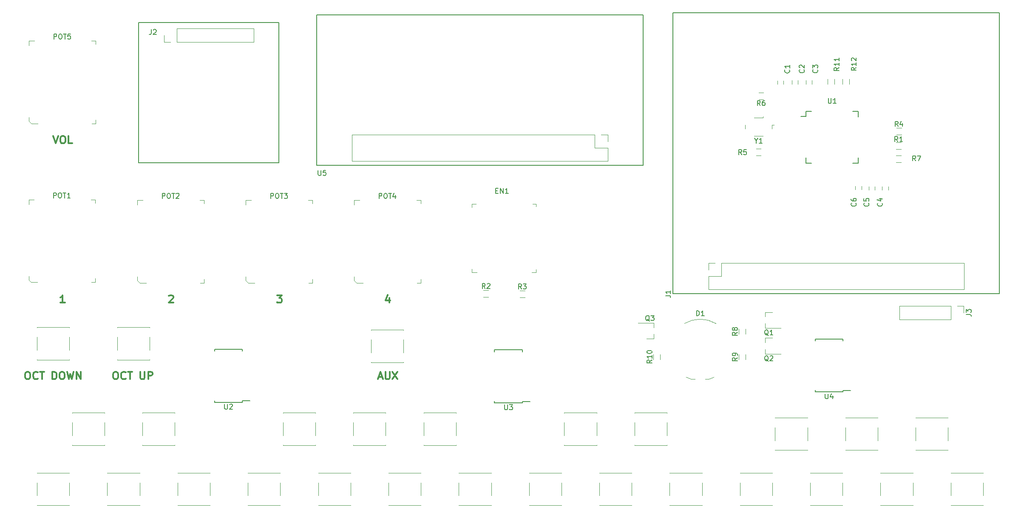
<source format=gbr>
G04 #@! TF.GenerationSoftware,KiCad,Pcbnew,(6.0.1-0)*
G04 #@! TF.CreationDate,2023-10-11T15:07:40-07:00*
G04 #@! TF.ProjectId,synth,73796e74-682e-46b6-9963-61645f706362,rev?*
G04 #@! TF.SameCoordinates,Original*
G04 #@! TF.FileFunction,Legend,Top*
G04 #@! TF.FilePolarity,Positive*
%FSLAX46Y46*%
G04 Gerber Fmt 4.6, Leading zero omitted, Abs format (unit mm)*
G04 Created by KiCad (PCBNEW (6.0.1-0)) date 2023-10-11 15:07:40*
%MOMM*%
%LPD*%
G01*
G04 APERTURE LIST*
%ADD10C,0.300000*%
%ADD11C,0.150000*%
%ADD12C,0.120000*%
%ADD13C,0.100000*%
G04 APERTURE END LIST*
D10*
X119808571Y-151808571D02*
X118951428Y-151808571D01*
X119380000Y-151808571D02*
X119380000Y-150308571D01*
X119237142Y-150522857D01*
X119094285Y-150665714D01*
X118951428Y-150737142D01*
X184435714Y-150808571D02*
X184435714Y-151808571D01*
X184078571Y-150237142D02*
X183721428Y-151308571D01*
X184650000Y-151308571D01*
X112260714Y-165548571D02*
X112546428Y-165548571D01*
X112689285Y-165620000D01*
X112832142Y-165762857D01*
X112903571Y-166048571D01*
X112903571Y-166548571D01*
X112832142Y-166834285D01*
X112689285Y-166977142D01*
X112546428Y-167048571D01*
X112260714Y-167048571D01*
X112117857Y-166977142D01*
X111975000Y-166834285D01*
X111903571Y-166548571D01*
X111903571Y-166048571D01*
X111975000Y-165762857D01*
X112117857Y-165620000D01*
X112260714Y-165548571D01*
X114403571Y-166905714D02*
X114332142Y-166977142D01*
X114117857Y-167048571D01*
X113975000Y-167048571D01*
X113760714Y-166977142D01*
X113617857Y-166834285D01*
X113546428Y-166691428D01*
X113475000Y-166405714D01*
X113475000Y-166191428D01*
X113546428Y-165905714D01*
X113617857Y-165762857D01*
X113760714Y-165620000D01*
X113975000Y-165548571D01*
X114117857Y-165548571D01*
X114332142Y-165620000D01*
X114403571Y-165691428D01*
X114832142Y-165548571D02*
X115689285Y-165548571D01*
X115260714Y-167048571D02*
X115260714Y-165548571D01*
X117332142Y-167048571D02*
X117332142Y-165548571D01*
X117689285Y-165548571D01*
X117903571Y-165620000D01*
X118046428Y-165762857D01*
X118117857Y-165905714D01*
X118189285Y-166191428D01*
X118189285Y-166405714D01*
X118117857Y-166691428D01*
X118046428Y-166834285D01*
X117903571Y-166977142D01*
X117689285Y-167048571D01*
X117332142Y-167048571D01*
X119117857Y-165548571D02*
X119403571Y-165548571D01*
X119546428Y-165620000D01*
X119689285Y-165762857D01*
X119760714Y-166048571D01*
X119760714Y-166548571D01*
X119689285Y-166834285D01*
X119546428Y-166977142D01*
X119403571Y-167048571D01*
X119117857Y-167048571D01*
X118975000Y-166977142D01*
X118832142Y-166834285D01*
X118760714Y-166548571D01*
X118760714Y-166048571D01*
X118832142Y-165762857D01*
X118975000Y-165620000D01*
X119117857Y-165548571D01*
X120260714Y-165548571D02*
X120617857Y-167048571D01*
X120903571Y-165977142D01*
X121189285Y-167048571D01*
X121546428Y-165548571D01*
X122117857Y-167048571D02*
X122117857Y-165548571D01*
X122975000Y-167048571D01*
X122975000Y-165548571D01*
X129778571Y-165548571D02*
X130064285Y-165548571D01*
X130207142Y-165620000D01*
X130350000Y-165762857D01*
X130421428Y-166048571D01*
X130421428Y-166548571D01*
X130350000Y-166834285D01*
X130207142Y-166977142D01*
X130064285Y-167048571D01*
X129778571Y-167048571D01*
X129635714Y-166977142D01*
X129492857Y-166834285D01*
X129421428Y-166548571D01*
X129421428Y-166048571D01*
X129492857Y-165762857D01*
X129635714Y-165620000D01*
X129778571Y-165548571D01*
X131921428Y-166905714D02*
X131850000Y-166977142D01*
X131635714Y-167048571D01*
X131492857Y-167048571D01*
X131278571Y-166977142D01*
X131135714Y-166834285D01*
X131064285Y-166691428D01*
X130992857Y-166405714D01*
X130992857Y-166191428D01*
X131064285Y-165905714D01*
X131135714Y-165762857D01*
X131278571Y-165620000D01*
X131492857Y-165548571D01*
X131635714Y-165548571D01*
X131850000Y-165620000D01*
X131921428Y-165691428D01*
X132350000Y-165548571D02*
X133207142Y-165548571D01*
X132778571Y-167048571D02*
X132778571Y-165548571D01*
X134850000Y-165548571D02*
X134850000Y-166762857D01*
X134921428Y-166905714D01*
X134992857Y-166977142D01*
X135135714Y-167048571D01*
X135421428Y-167048571D01*
X135564285Y-166977142D01*
X135635714Y-166905714D01*
X135707142Y-166762857D01*
X135707142Y-165548571D01*
X136421428Y-167048571D02*
X136421428Y-165548571D01*
X136992857Y-165548571D01*
X137135714Y-165620000D01*
X137207142Y-165691428D01*
X137278571Y-165834285D01*
X137278571Y-166048571D01*
X137207142Y-166191428D01*
X137135714Y-166262857D01*
X136992857Y-166334285D01*
X136421428Y-166334285D01*
X182292857Y-166620000D02*
X183007142Y-166620000D01*
X182150000Y-167048571D02*
X182650000Y-165548571D01*
X183150000Y-167048571D01*
X183650000Y-165548571D02*
X183650000Y-166762857D01*
X183721428Y-166905714D01*
X183792857Y-166977142D01*
X183935714Y-167048571D01*
X184221428Y-167048571D01*
X184364285Y-166977142D01*
X184435714Y-166905714D01*
X184507142Y-166762857D01*
X184507142Y-165548571D01*
X185078571Y-165548571D02*
X186078571Y-167048571D01*
X186078571Y-165548571D02*
X185078571Y-167048571D01*
X140541428Y-150451428D02*
X140612857Y-150380000D01*
X140755714Y-150308571D01*
X141112857Y-150308571D01*
X141255714Y-150380000D01*
X141327142Y-150451428D01*
X141398571Y-150594285D01*
X141398571Y-150737142D01*
X141327142Y-150951428D01*
X140470000Y-151808571D01*
X141398571Y-151808571D01*
X162060000Y-150308571D02*
X162988571Y-150308571D01*
X162488571Y-150880000D01*
X162702857Y-150880000D01*
X162845714Y-150951428D01*
X162917142Y-151022857D01*
X162988571Y-151165714D01*
X162988571Y-151522857D01*
X162917142Y-151665714D01*
X162845714Y-151737142D01*
X162702857Y-151808571D01*
X162274285Y-151808571D01*
X162131428Y-151737142D01*
X162060000Y-151665714D01*
X117487142Y-118558571D02*
X117987142Y-120058571D01*
X118487142Y-118558571D01*
X119272857Y-118558571D02*
X119558571Y-118558571D01*
X119701428Y-118630000D01*
X119844285Y-118772857D01*
X119915714Y-119058571D01*
X119915714Y-119558571D01*
X119844285Y-119844285D01*
X119701428Y-119987142D01*
X119558571Y-120058571D01*
X119272857Y-120058571D01*
X119130000Y-119987142D01*
X118987142Y-119844285D01*
X118915714Y-119558571D01*
X118915714Y-119058571D01*
X118987142Y-118772857D01*
X119130000Y-118630000D01*
X119272857Y-118558571D01*
X121272857Y-120058571D02*
X120558571Y-120058571D01*
X120558571Y-118558571D01*
D11*
X271870095Y-111083380D02*
X271870095Y-111892904D01*
X271917714Y-111988142D01*
X271965333Y-112035761D01*
X272060571Y-112083380D01*
X272251047Y-112083380D01*
X272346285Y-112035761D01*
X272393904Y-111988142D01*
X272441523Y-111892904D01*
X272441523Y-111083380D01*
X273441523Y-112083380D02*
X272870095Y-112083380D01*
X273155809Y-112083380D02*
X273155809Y-111083380D01*
X273060571Y-111226238D01*
X272965333Y-111321476D01*
X272870095Y-111369095D01*
X210759833Y-149052880D02*
X210426500Y-148576690D01*
X210188404Y-149052880D02*
X210188404Y-148052880D01*
X210569357Y-148052880D01*
X210664595Y-148100500D01*
X210712214Y-148148119D01*
X210759833Y-148243357D01*
X210759833Y-148386214D01*
X210712214Y-148481452D01*
X210664595Y-148529071D01*
X210569357Y-148576690D01*
X210188404Y-148576690D01*
X211093166Y-148052880D02*
X211712214Y-148052880D01*
X211378880Y-148433833D01*
X211521738Y-148433833D01*
X211616976Y-148481452D01*
X211664595Y-148529071D01*
X211712214Y-148624309D01*
X211712214Y-148862404D01*
X211664595Y-148957642D01*
X211616976Y-149005261D01*
X211521738Y-149052880D01*
X211236023Y-149052880D01*
X211140785Y-149005261D01*
X211093166Y-148957642D01*
X271272095Y-169939580D02*
X271272095Y-170749104D01*
X271319714Y-170844342D01*
X271367333Y-170891961D01*
X271462571Y-170939580D01*
X271653047Y-170939580D01*
X271748285Y-170891961D01*
X271795904Y-170844342D01*
X271843523Y-170749104D01*
X271843523Y-169939580D01*
X272748285Y-170272914D02*
X272748285Y-170939580D01*
X272510190Y-169891961D02*
X272272095Y-170606247D01*
X272891142Y-170606247D01*
X285723033Y-119705380D02*
X285389700Y-119229190D01*
X285151604Y-119705380D02*
X285151604Y-118705380D01*
X285532557Y-118705380D01*
X285627795Y-118753000D01*
X285675414Y-118800619D01*
X285723033Y-118895857D01*
X285723033Y-119038714D01*
X285675414Y-119133952D01*
X285627795Y-119181571D01*
X285532557Y-119229190D01*
X285151604Y-119229190D01*
X286675414Y-119705380D02*
X286103985Y-119705380D01*
X286389700Y-119705380D02*
X286389700Y-118705380D01*
X286294461Y-118848238D01*
X286199223Y-118943476D01*
X286103985Y-118991095D01*
X207416495Y-172123980D02*
X207416495Y-172933504D01*
X207464114Y-173028742D01*
X207511733Y-173076361D01*
X207606971Y-173123980D01*
X207797447Y-173123980D01*
X207892685Y-173076361D01*
X207940304Y-173028742D01*
X207987923Y-172933504D01*
X207987923Y-172123980D01*
X208368876Y-172123980D02*
X208987923Y-172123980D01*
X208654590Y-172504933D01*
X208797447Y-172504933D01*
X208892685Y-172552552D01*
X208940304Y-172600171D01*
X208987923Y-172695409D01*
X208987923Y-172933504D01*
X208940304Y-173028742D01*
X208892685Y-173076361D01*
X208797447Y-173123980D01*
X208511733Y-173123980D01*
X208416495Y-173076361D01*
X208368876Y-173028742D01*
X258321333Y-112519380D02*
X257988000Y-112043190D01*
X257749904Y-112519380D02*
X257749904Y-111519380D01*
X258130857Y-111519380D01*
X258226095Y-111567000D01*
X258273714Y-111614619D01*
X258321333Y-111709857D01*
X258321333Y-111852714D01*
X258273714Y-111947952D01*
X258226095Y-111995571D01*
X258130857Y-112043190D01*
X257749904Y-112043190D01*
X259178476Y-111519380D02*
X258988000Y-111519380D01*
X258892761Y-111567000D01*
X258845142Y-111614619D01*
X258749904Y-111757476D01*
X258702285Y-111947952D01*
X258702285Y-112328904D01*
X258749904Y-112424142D01*
X258797523Y-112471761D01*
X258892761Y-112519380D01*
X259083238Y-112519380D01*
X259178476Y-112471761D01*
X259226095Y-112424142D01*
X259273714Y-112328904D01*
X259273714Y-112090809D01*
X259226095Y-111995571D01*
X259178476Y-111947952D01*
X259083238Y-111900333D01*
X258892761Y-111900333D01*
X258797523Y-111947952D01*
X258749904Y-111995571D01*
X258702285Y-112090809D01*
X259937261Y-158305119D02*
X259842023Y-158257500D01*
X259746785Y-158162261D01*
X259603928Y-158019404D01*
X259508690Y-157971785D01*
X259413452Y-157971785D01*
X259461071Y-158209880D02*
X259365833Y-158162261D01*
X259270595Y-158067023D01*
X259222976Y-157876547D01*
X259222976Y-157543214D01*
X259270595Y-157352738D01*
X259365833Y-157257500D01*
X259461071Y-157209880D01*
X259651547Y-157209880D01*
X259746785Y-157257500D01*
X259842023Y-157352738D01*
X259889642Y-157543214D01*
X259889642Y-157876547D01*
X259842023Y-158067023D01*
X259746785Y-158162261D01*
X259651547Y-158209880D01*
X259461071Y-158209880D01*
X260842023Y-158209880D02*
X260270595Y-158209880D01*
X260556309Y-158209880D02*
X260556309Y-157209880D01*
X260461071Y-157352738D01*
X260365833Y-157447976D01*
X260270595Y-157495595D01*
X253764380Y-157689666D02*
X253288190Y-158023000D01*
X253764380Y-158261095D02*
X252764380Y-158261095D01*
X252764380Y-157880142D01*
X252812000Y-157784904D01*
X252859619Y-157737285D01*
X252954857Y-157689666D01*
X253097714Y-157689666D01*
X253192952Y-157737285D01*
X253240571Y-157784904D01*
X253288190Y-157880142D01*
X253288190Y-158261095D01*
X253192952Y-157118238D02*
X253145333Y-157213476D01*
X253097714Y-157261095D01*
X253002476Y-157308714D01*
X252954857Y-157308714D01*
X252859619Y-157261095D01*
X252812000Y-157213476D01*
X252764380Y-157118238D01*
X252764380Y-156927761D01*
X252812000Y-156832523D01*
X252859619Y-156784904D01*
X252954857Y-156737285D01*
X253002476Y-156737285D01*
X253097714Y-156784904D01*
X253145333Y-156832523D01*
X253192952Y-156927761D01*
X253192952Y-157118238D01*
X253240571Y-157213476D01*
X253288190Y-157261095D01*
X253383428Y-157308714D01*
X253573904Y-157308714D01*
X253669142Y-157261095D01*
X253716761Y-157213476D01*
X253764380Y-157118238D01*
X253764380Y-156927761D01*
X253716761Y-156832523D01*
X253669142Y-156784904D01*
X253573904Y-156737285D01*
X253383428Y-156737285D01*
X253288190Y-156784904D01*
X253240571Y-156832523D01*
X253192952Y-156927761D01*
X236746380Y-163223357D02*
X236270190Y-163556690D01*
X236746380Y-163794785D02*
X235746380Y-163794785D01*
X235746380Y-163413833D01*
X235794000Y-163318595D01*
X235841619Y-163270976D01*
X235936857Y-163223357D01*
X236079714Y-163223357D01*
X236174952Y-163270976D01*
X236222571Y-163318595D01*
X236270190Y-163413833D01*
X236270190Y-163794785D01*
X236746380Y-162270976D02*
X236746380Y-162842404D01*
X236746380Y-162556690D02*
X235746380Y-162556690D01*
X235889238Y-162651928D01*
X235984476Y-162747166D01*
X236032095Y-162842404D01*
X235746380Y-161651928D02*
X235746380Y-161556690D01*
X235794000Y-161461452D01*
X235841619Y-161413833D01*
X235936857Y-161366214D01*
X236127333Y-161318595D01*
X236365428Y-161318595D01*
X236555904Y-161366214D01*
X236651142Y-161413833D01*
X236698761Y-161461452D01*
X236746380Y-161556690D01*
X236746380Y-161651928D01*
X236698761Y-161747166D01*
X236651142Y-161794785D01*
X236555904Y-161842404D01*
X236365428Y-161890023D01*
X236127333Y-161890023D01*
X235936857Y-161842404D01*
X235841619Y-161794785D01*
X235794000Y-161747166D01*
X235746380Y-161651928D01*
X259937261Y-163448619D02*
X259842023Y-163401000D01*
X259746785Y-163305761D01*
X259603928Y-163162904D01*
X259508690Y-163115285D01*
X259413452Y-163115285D01*
X259461071Y-163353380D02*
X259365833Y-163305761D01*
X259270595Y-163210523D01*
X259222976Y-163020047D01*
X259222976Y-162686714D01*
X259270595Y-162496238D01*
X259365833Y-162401000D01*
X259461071Y-162353380D01*
X259651547Y-162353380D01*
X259746785Y-162401000D01*
X259842023Y-162496238D01*
X259889642Y-162686714D01*
X259889642Y-163020047D01*
X259842023Y-163210523D01*
X259746785Y-163305761D01*
X259651547Y-163353380D01*
X259461071Y-163353380D01*
X260270595Y-162448619D02*
X260318214Y-162401000D01*
X260413452Y-162353380D01*
X260651547Y-162353380D01*
X260746785Y-162401000D01*
X260794404Y-162448619D01*
X260842023Y-162543857D01*
X260842023Y-162639095D01*
X260794404Y-162781952D01*
X260222976Y-163353380D01*
X260842023Y-163353380D01*
X182397142Y-131002380D02*
X182397142Y-130002380D01*
X182778095Y-130002380D01*
X182873333Y-130050000D01*
X182920952Y-130097619D01*
X182968571Y-130192857D01*
X182968571Y-130335714D01*
X182920952Y-130430952D01*
X182873333Y-130478571D01*
X182778095Y-130526190D01*
X182397142Y-130526190D01*
X183587619Y-130002380D02*
X183778095Y-130002380D01*
X183873333Y-130050000D01*
X183968571Y-130145238D01*
X184016190Y-130335714D01*
X184016190Y-130669047D01*
X183968571Y-130859523D01*
X183873333Y-130954761D01*
X183778095Y-131002380D01*
X183587619Y-131002380D01*
X183492380Y-130954761D01*
X183397142Y-130859523D01*
X183349523Y-130669047D01*
X183349523Y-130335714D01*
X183397142Y-130145238D01*
X183492380Y-130050000D01*
X183587619Y-130002380D01*
X184301904Y-130002380D02*
X184873333Y-130002380D01*
X184587619Y-131002380D02*
X184587619Y-130002380D01*
X185635238Y-130335714D02*
X185635238Y-131002380D01*
X185397142Y-129954761D02*
X185159047Y-130669047D01*
X185778095Y-130669047D01*
X160807142Y-131002380D02*
X160807142Y-130002380D01*
X161188095Y-130002380D01*
X161283333Y-130050000D01*
X161330952Y-130097619D01*
X161378571Y-130192857D01*
X161378571Y-130335714D01*
X161330952Y-130430952D01*
X161283333Y-130478571D01*
X161188095Y-130526190D01*
X160807142Y-130526190D01*
X161997619Y-130002380D02*
X162188095Y-130002380D01*
X162283333Y-130050000D01*
X162378571Y-130145238D01*
X162426190Y-130335714D01*
X162426190Y-130669047D01*
X162378571Y-130859523D01*
X162283333Y-130954761D01*
X162188095Y-131002380D01*
X161997619Y-131002380D01*
X161902380Y-130954761D01*
X161807142Y-130859523D01*
X161759523Y-130669047D01*
X161759523Y-130335714D01*
X161807142Y-130145238D01*
X161902380Y-130050000D01*
X161997619Y-130002380D01*
X162711904Y-130002380D02*
X163283333Y-130002380D01*
X162997619Y-131002380D02*
X162997619Y-130002380D01*
X163521428Y-130002380D02*
X164140476Y-130002380D01*
X163807142Y-130383333D01*
X163950000Y-130383333D01*
X164045238Y-130430952D01*
X164092857Y-130478571D01*
X164140476Y-130573809D01*
X164140476Y-130811904D01*
X164092857Y-130907142D01*
X164045238Y-130954761D01*
X163950000Y-131002380D01*
X163664285Y-131002380D01*
X163569047Y-130954761D01*
X163521428Y-130907142D01*
X139217142Y-131002380D02*
X139217142Y-130002380D01*
X139598095Y-130002380D01*
X139693333Y-130050000D01*
X139740952Y-130097619D01*
X139788571Y-130192857D01*
X139788571Y-130335714D01*
X139740952Y-130430952D01*
X139693333Y-130478571D01*
X139598095Y-130526190D01*
X139217142Y-130526190D01*
X140407619Y-130002380D02*
X140598095Y-130002380D01*
X140693333Y-130050000D01*
X140788571Y-130145238D01*
X140836190Y-130335714D01*
X140836190Y-130669047D01*
X140788571Y-130859523D01*
X140693333Y-130954761D01*
X140598095Y-131002380D01*
X140407619Y-131002380D01*
X140312380Y-130954761D01*
X140217142Y-130859523D01*
X140169523Y-130669047D01*
X140169523Y-130335714D01*
X140217142Y-130145238D01*
X140312380Y-130050000D01*
X140407619Y-130002380D01*
X141121904Y-130002380D02*
X141693333Y-130002380D01*
X141407619Y-131002380D02*
X141407619Y-130002380D01*
X141979047Y-130097619D02*
X142026666Y-130050000D01*
X142121904Y-130002380D01*
X142360000Y-130002380D01*
X142455238Y-130050000D01*
X142502857Y-130097619D01*
X142550476Y-130192857D01*
X142550476Y-130288095D01*
X142502857Y-130430952D01*
X141931428Y-131002380D01*
X142550476Y-131002380D01*
X117557142Y-130902380D02*
X117557142Y-129902380D01*
X117938095Y-129902380D01*
X118033333Y-129950000D01*
X118080952Y-129997619D01*
X118128571Y-130092857D01*
X118128571Y-130235714D01*
X118080952Y-130330952D01*
X118033333Y-130378571D01*
X117938095Y-130426190D01*
X117557142Y-130426190D01*
X118747619Y-129902380D02*
X118938095Y-129902380D01*
X119033333Y-129950000D01*
X119128571Y-130045238D01*
X119176190Y-130235714D01*
X119176190Y-130569047D01*
X119128571Y-130759523D01*
X119033333Y-130854761D01*
X118938095Y-130902380D01*
X118747619Y-130902380D01*
X118652380Y-130854761D01*
X118557142Y-130759523D01*
X118509523Y-130569047D01*
X118509523Y-130235714D01*
X118557142Y-130045238D01*
X118652380Y-129950000D01*
X118747619Y-129902380D01*
X119461904Y-129902380D02*
X120033333Y-129902380D01*
X119747619Y-130902380D02*
X119747619Y-129902380D01*
X120890476Y-130902380D02*
X120319047Y-130902380D01*
X120604761Y-130902380D02*
X120604761Y-129902380D01*
X120509523Y-130045238D01*
X120414285Y-130140476D01*
X120319047Y-130188095D01*
X117627142Y-99252380D02*
X117627142Y-98252380D01*
X118008095Y-98252380D01*
X118103333Y-98300000D01*
X118150952Y-98347619D01*
X118198571Y-98442857D01*
X118198571Y-98585714D01*
X118150952Y-98680952D01*
X118103333Y-98728571D01*
X118008095Y-98776190D01*
X117627142Y-98776190D01*
X118817619Y-98252380D02*
X119008095Y-98252380D01*
X119103333Y-98300000D01*
X119198571Y-98395238D01*
X119246190Y-98585714D01*
X119246190Y-98919047D01*
X119198571Y-99109523D01*
X119103333Y-99204761D01*
X119008095Y-99252380D01*
X118817619Y-99252380D01*
X118722380Y-99204761D01*
X118627142Y-99109523D01*
X118579523Y-98919047D01*
X118579523Y-98585714D01*
X118627142Y-98395238D01*
X118722380Y-98300000D01*
X118817619Y-98252380D01*
X119531904Y-98252380D02*
X120103333Y-98252380D01*
X119817619Y-99252380D02*
X119817619Y-98252380D01*
X120912857Y-98252380D02*
X120436666Y-98252380D01*
X120389047Y-98728571D01*
X120436666Y-98680952D01*
X120531904Y-98633333D01*
X120770000Y-98633333D01*
X120865238Y-98680952D01*
X120912857Y-98728571D01*
X120960476Y-98823809D01*
X120960476Y-99061904D01*
X120912857Y-99157142D01*
X120865238Y-99204761D01*
X120770000Y-99252380D01*
X120531904Y-99252380D01*
X120436666Y-99204761D01*
X120389047Y-99157142D01*
X151638095Y-172022380D02*
X151638095Y-172831904D01*
X151685714Y-172927142D01*
X151733333Y-172974761D01*
X151828571Y-173022380D01*
X152019047Y-173022380D01*
X152114285Y-172974761D01*
X152161904Y-172927142D01*
X152209523Y-172831904D01*
X152209523Y-172022380D01*
X152638095Y-172117619D02*
X152685714Y-172070000D01*
X152780952Y-172022380D01*
X153019047Y-172022380D01*
X153114285Y-172070000D01*
X153161904Y-172117619D01*
X153209523Y-172212857D01*
X153209523Y-172308095D01*
X153161904Y-172450952D01*
X152590476Y-173022380D01*
X153209523Y-173022380D01*
X137015243Y-97369515D02*
X137015243Y-98083801D01*
X136967624Y-98226658D01*
X136872386Y-98321896D01*
X136729529Y-98369515D01*
X136634291Y-98369515D01*
X137443815Y-97464754D02*
X137491434Y-97417135D01*
X137586672Y-97369515D01*
X137824767Y-97369515D01*
X137920005Y-97417135D01*
X137967624Y-97464754D01*
X138015243Y-97559992D01*
X138015243Y-97655230D01*
X137967624Y-97798087D01*
X137396196Y-98369515D01*
X138015243Y-98369515D01*
X245627304Y-154395380D02*
X245627304Y-153395380D01*
X245865400Y-153395380D01*
X246008257Y-153443000D01*
X246103495Y-153538238D01*
X246151114Y-153633476D01*
X246198733Y-153823952D01*
X246198733Y-153966809D01*
X246151114Y-154157285D01*
X246103495Y-154252523D01*
X246008257Y-154347761D01*
X245865400Y-154395380D01*
X245627304Y-154395380D01*
X247151114Y-154395380D02*
X246579685Y-154395380D01*
X246865400Y-154395380D02*
X246865400Y-153395380D01*
X246770161Y-153538238D01*
X246674923Y-153633476D01*
X246579685Y-153681095D01*
X264085342Y-105398866D02*
X264132961Y-105446485D01*
X264180580Y-105589342D01*
X264180580Y-105684580D01*
X264132961Y-105827438D01*
X264037723Y-105922676D01*
X263942485Y-105970295D01*
X263752009Y-106017914D01*
X263609152Y-106017914D01*
X263418676Y-105970295D01*
X263323438Y-105922676D01*
X263228200Y-105827438D01*
X263180580Y-105684580D01*
X263180580Y-105589342D01*
X263228200Y-105446485D01*
X263275819Y-105398866D01*
X264180580Y-104446485D02*
X264180580Y-105017914D01*
X264180580Y-104732200D02*
X263180580Y-104732200D01*
X263323438Y-104827438D01*
X263418676Y-104922676D01*
X263466295Y-105017914D01*
X299317980Y-154130333D02*
X300032266Y-154130333D01*
X300175123Y-154177952D01*
X300270361Y-154273190D01*
X300317980Y-154416047D01*
X300317980Y-154511285D01*
X299317980Y-153749380D02*
X299317980Y-153130333D01*
X299698933Y-153463666D01*
X299698933Y-153320809D01*
X299746552Y-153225571D01*
X299794171Y-153177952D01*
X299889409Y-153130333D01*
X300127504Y-153130333D01*
X300222742Y-153177952D01*
X300270361Y-153225571D01*
X300317980Y-153320809D01*
X300317980Y-153606523D01*
X300270361Y-153701761D01*
X300222742Y-153749380D01*
X279884142Y-131941866D02*
X279931761Y-131989485D01*
X279979380Y-132132342D01*
X279979380Y-132227580D01*
X279931761Y-132370438D01*
X279836523Y-132465676D01*
X279741285Y-132513295D01*
X279550809Y-132560914D01*
X279407952Y-132560914D01*
X279217476Y-132513295D01*
X279122238Y-132465676D01*
X279027000Y-132370438D01*
X278979380Y-132227580D01*
X278979380Y-132132342D01*
X279027000Y-131989485D01*
X279074619Y-131941866D01*
X278979380Y-131037104D02*
X278979380Y-131513295D01*
X279455571Y-131560914D01*
X279407952Y-131513295D01*
X279360333Y-131418057D01*
X279360333Y-131179961D01*
X279407952Y-131084723D01*
X279455571Y-131037104D01*
X279550809Y-130989485D01*
X279788904Y-130989485D01*
X279884142Y-131037104D01*
X279931761Y-131084723D01*
X279979380Y-131179961D01*
X279979380Y-131418057D01*
X279931761Y-131513295D01*
X279884142Y-131560914D01*
X277344142Y-131941866D02*
X277391761Y-131989485D01*
X277439380Y-132132342D01*
X277439380Y-132227580D01*
X277391761Y-132370438D01*
X277296523Y-132465676D01*
X277201285Y-132513295D01*
X277010809Y-132560914D01*
X276867952Y-132560914D01*
X276677476Y-132513295D01*
X276582238Y-132465676D01*
X276487000Y-132370438D01*
X276439380Y-132227580D01*
X276439380Y-132132342D01*
X276487000Y-131989485D01*
X276534619Y-131941866D01*
X276439380Y-131084723D02*
X276439380Y-131275200D01*
X276487000Y-131370438D01*
X276534619Y-131418057D01*
X276677476Y-131513295D01*
X276867952Y-131560914D01*
X277248904Y-131560914D01*
X277344142Y-131513295D01*
X277391761Y-131465676D01*
X277439380Y-131370438D01*
X277439380Y-131179961D01*
X277391761Y-131084723D01*
X277344142Y-131037104D01*
X277248904Y-130989485D01*
X277010809Y-130989485D01*
X276915571Y-131037104D01*
X276867952Y-131084723D01*
X276820333Y-131179961D01*
X276820333Y-131370438D01*
X276867952Y-131465676D01*
X276915571Y-131513295D01*
X277010809Y-131560914D01*
X267010837Y-105367998D02*
X267058456Y-105415617D01*
X267106075Y-105558474D01*
X267106075Y-105653712D01*
X267058456Y-105796570D01*
X266963218Y-105891808D01*
X266867980Y-105939427D01*
X266677504Y-105987046D01*
X266534647Y-105987046D01*
X266344171Y-105939427D01*
X266248933Y-105891808D01*
X266153695Y-105796570D01*
X266106075Y-105653712D01*
X266106075Y-105558474D01*
X266153695Y-105415617D01*
X266201314Y-105367998D01*
X266201314Y-104987046D02*
X266153695Y-104939427D01*
X266106075Y-104844189D01*
X266106075Y-104606093D01*
X266153695Y-104510855D01*
X266201314Y-104463236D01*
X266296552Y-104415617D01*
X266391790Y-104415617D01*
X266534647Y-104463236D01*
X267106075Y-105034665D01*
X267106075Y-104415617D01*
X254633433Y-122296180D02*
X254300100Y-121819990D01*
X254062004Y-122296180D02*
X254062004Y-121296180D01*
X254442957Y-121296180D01*
X254538195Y-121343800D01*
X254585814Y-121391419D01*
X254633433Y-121486657D01*
X254633433Y-121629514D01*
X254585814Y-121724752D01*
X254538195Y-121772371D01*
X254442957Y-121819990D01*
X254062004Y-121819990D01*
X255538195Y-121296180D02*
X255062004Y-121296180D01*
X255014385Y-121772371D01*
X255062004Y-121724752D01*
X255157242Y-121677133D01*
X255395338Y-121677133D01*
X255490576Y-121724752D01*
X255538195Y-121772371D01*
X255585814Y-121867609D01*
X255585814Y-122105704D01*
X255538195Y-122200942D01*
X255490576Y-122248561D01*
X255395338Y-122296180D01*
X255157242Y-122296180D01*
X255062004Y-122248561D01*
X255014385Y-122200942D01*
X269677837Y-105367998D02*
X269725456Y-105415617D01*
X269773075Y-105558474D01*
X269773075Y-105653712D01*
X269725456Y-105796570D01*
X269630218Y-105891808D01*
X269534980Y-105939427D01*
X269344504Y-105987046D01*
X269201647Y-105987046D01*
X269011171Y-105939427D01*
X268915933Y-105891808D01*
X268820695Y-105796570D01*
X268773075Y-105653712D01*
X268773075Y-105558474D01*
X268820695Y-105415617D01*
X268868314Y-105367998D01*
X268773075Y-105034665D02*
X268773075Y-104415617D01*
X269154028Y-104748951D01*
X269154028Y-104606093D01*
X269201647Y-104510855D01*
X269249266Y-104463236D01*
X269344504Y-104415617D01*
X269582599Y-104415617D01*
X269677837Y-104463236D01*
X269725456Y-104510855D01*
X269773075Y-104606093D01*
X269773075Y-104891808D01*
X269725456Y-104987046D01*
X269677837Y-105034665D01*
X282551142Y-131941866D02*
X282598761Y-131989485D01*
X282646380Y-132132342D01*
X282646380Y-132227580D01*
X282598761Y-132370438D01*
X282503523Y-132465676D01*
X282408285Y-132513295D01*
X282217809Y-132560914D01*
X282074952Y-132560914D01*
X281884476Y-132513295D01*
X281789238Y-132465676D01*
X281694000Y-132370438D01*
X281646380Y-132227580D01*
X281646380Y-132132342D01*
X281694000Y-131989485D01*
X281741619Y-131941866D01*
X281979714Y-131084723D02*
X282646380Y-131084723D01*
X281598761Y-131322819D02*
X282313047Y-131560914D01*
X282313047Y-130941866D01*
X274023080Y-104947957D02*
X273546890Y-105281290D01*
X274023080Y-105519385D02*
X273023080Y-105519385D01*
X273023080Y-105138433D01*
X273070700Y-105043195D01*
X273118319Y-104995576D01*
X273213557Y-104947957D01*
X273356414Y-104947957D01*
X273451652Y-104995576D01*
X273499271Y-105043195D01*
X273546890Y-105138433D01*
X273546890Y-105519385D01*
X274023080Y-103995576D02*
X274023080Y-104567004D01*
X274023080Y-104281290D02*
X273023080Y-104281290D01*
X273165938Y-104376528D01*
X273261176Y-104471766D01*
X273308795Y-104567004D01*
X274023080Y-103043195D02*
X274023080Y-103614623D01*
X274023080Y-103328909D02*
X273023080Y-103328909D01*
X273165938Y-103424147D01*
X273261176Y-103519385D01*
X273308795Y-103614623D01*
X277452080Y-104922557D02*
X276975890Y-105255890D01*
X277452080Y-105493985D02*
X276452080Y-105493985D01*
X276452080Y-105113033D01*
X276499700Y-105017795D01*
X276547319Y-104970176D01*
X276642557Y-104922557D01*
X276785414Y-104922557D01*
X276880652Y-104970176D01*
X276928271Y-105017795D01*
X276975890Y-105113033D01*
X276975890Y-105493985D01*
X277452080Y-103970176D02*
X277452080Y-104541604D01*
X277452080Y-104255890D02*
X276452080Y-104255890D01*
X276594938Y-104351128D01*
X276690176Y-104446366D01*
X276737795Y-104541604D01*
X276547319Y-103589223D02*
X276499700Y-103541604D01*
X276452080Y-103446366D01*
X276452080Y-103208271D01*
X276499700Y-103113033D01*
X276547319Y-103065414D01*
X276642557Y-103017795D01*
X276737795Y-103017795D01*
X276880652Y-103065414D01*
X277452080Y-103636842D01*
X277452080Y-103017795D01*
X170254095Y-125426380D02*
X170254095Y-126235904D01*
X170301714Y-126331142D01*
X170349333Y-126378761D01*
X170444571Y-126426380D01*
X170635047Y-126426380D01*
X170730285Y-126378761D01*
X170777904Y-126331142D01*
X170825523Y-126235904D01*
X170825523Y-125426380D01*
X171777904Y-125426380D02*
X171301714Y-125426380D01*
X171254095Y-125902571D01*
X171301714Y-125854952D01*
X171396952Y-125807333D01*
X171635047Y-125807333D01*
X171730285Y-125854952D01*
X171777904Y-125902571D01*
X171825523Y-125997809D01*
X171825523Y-126235904D01*
X171777904Y-126331142D01*
X171730285Y-126378761D01*
X171635047Y-126426380D01*
X171396952Y-126426380D01*
X171301714Y-126378761D01*
X171254095Y-126331142D01*
X285766033Y-116667880D02*
X285432700Y-116191690D01*
X285194604Y-116667880D02*
X285194604Y-115667880D01*
X285575557Y-115667880D01*
X285670795Y-115715500D01*
X285718414Y-115763119D01*
X285766033Y-115858357D01*
X285766033Y-116001214D01*
X285718414Y-116096452D01*
X285670795Y-116144071D01*
X285575557Y-116191690D01*
X285194604Y-116191690D01*
X286623176Y-116001214D02*
X286623176Y-116667880D01*
X286385080Y-115620261D02*
X286146985Y-116334547D01*
X286766033Y-116334547D01*
X236251761Y-155464119D02*
X236156523Y-155416500D01*
X236061285Y-155321261D01*
X235918428Y-155178404D01*
X235823190Y-155130785D01*
X235727952Y-155130785D01*
X235775571Y-155368880D02*
X235680333Y-155321261D01*
X235585095Y-155226023D01*
X235537476Y-155035547D01*
X235537476Y-154702214D01*
X235585095Y-154511738D01*
X235680333Y-154416500D01*
X235775571Y-154368880D01*
X235966047Y-154368880D01*
X236061285Y-154416500D01*
X236156523Y-154511738D01*
X236204142Y-154702214D01*
X236204142Y-155035547D01*
X236156523Y-155226023D01*
X236061285Y-155321261D01*
X235966047Y-155368880D01*
X235775571Y-155368880D01*
X236537476Y-154368880D02*
X237156523Y-154368880D01*
X236823190Y-154749833D01*
X236966047Y-154749833D01*
X237061285Y-154797452D01*
X237108904Y-154845071D01*
X237156523Y-154940309D01*
X237156523Y-155178404D01*
X237108904Y-155273642D01*
X237061285Y-155321261D01*
X236966047Y-155368880D01*
X236680333Y-155368880D01*
X236585095Y-155321261D01*
X236537476Y-155273642D01*
X253764380Y-162769666D02*
X253288190Y-163103000D01*
X253764380Y-163341095D02*
X252764380Y-163341095D01*
X252764380Y-162960142D01*
X252812000Y-162864904D01*
X252859619Y-162817285D01*
X252954857Y-162769666D01*
X253097714Y-162769666D01*
X253192952Y-162817285D01*
X253240571Y-162864904D01*
X253288190Y-162960142D01*
X253288190Y-163341095D01*
X253764380Y-162293476D02*
X253764380Y-162103000D01*
X253716761Y-162007761D01*
X253669142Y-161960142D01*
X253526285Y-161864904D01*
X253335809Y-161817285D01*
X252954857Y-161817285D01*
X252859619Y-161864904D01*
X252812000Y-161912523D01*
X252764380Y-162007761D01*
X252764380Y-162198238D01*
X252812000Y-162293476D01*
X252859619Y-162341095D01*
X252954857Y-162388714D01*
X253192952Y-162388714D01*
X253288190Y-162341095D01*
X253335809Y-162293476D01*
X253383428Y-162198238D01*
X253383428Y-162007761D01*
X253335809Y-161912523D01*
X253288190Y-161864904D01*
X253192952Y-161817285D01*
X239442380Y-150389333D02*
X240156666Y-150389333D01*
X240299523Y-150436952D01*
X240394761Y-150532190D01*
X240442380Y-150675047D01*
X240442380Y-150770285D01*
X240442380Y-149389333D02*
X240442380Y-149960761D01*
X240442380Y-149675047D02*
X239442380Y-149675047D01*
X239585238Y-149770285D01*
X239680476Y-149865523D01*
X239728095Y-149960761D01*
X205640714Y-129478571D02*
X205974047Y-129478571D01*
X206116904Y-130002380D02*
X205640714Y-130002380D01*
X205640714Y-129002380D01*
X206116904Y-129002380D01*
X206545476Y-130002380D02*
X206545476Y-129002380D01*
X207116904Y-130002380D01*
X207116904Y-129002380D01*
X208116904Y-130002380D02*
X207545476Y-130002380D01*
X207831190Y-130002380D02*
X207831190Y-129002380D01*
X207735952Y-129145238D01*
X207640714Y-129240476D01*
X207545476Y-129288095D01*
X289279213Y-123533160D02*
X288945880Y-123056970D01*
X288707784Y-123533160D02*
X288707784Y-122533160D01*
X289088737Y-122533160D01*
X289183975Y-122580780D01*
X289231594Y-122628399D01*
X289279213Y-122723637D01*
X289279213Y-122866494D01*
X289231594Y-122961732D01*
X289183975Y-123009351D01*
X289088737Y-123056970D01*
X288707784Y-123056970D01*
X289612546Y-122533160D02*
X290279213Y-122533160D01*
X289850641Y-123533160D01*
X203541333Y-148978880D02*
X203208000Y-148502690D01*
X202969904Y-148978880D02*
X202969904Y-147978880D01*
X203350857Y-147978880D01*
X203446095Y-148026500D01*
X203493714Y-148074119D01*
X203541333Y-148169357D01*
X203541333Y-148312214D01*
X203493714Y-148407452D01*
X203446095Y-148455071D01*
X203350857Y-148502690D01*
X202969904Y-148502690D01*
X203922285Y-148074119D02*
X203969904Y-148026500D01*
X204065142Y-147978880D01*
X204303238Y-147978880D01*
X204398476Y-148026500D01*
X204446095Y-148074119D01*
X204493714Y-148169357D01*
X204493714Y-148264595D01*
X204446095Y-148407452D01*
X203874666Y-148978880D01*
X204493714Y-148978880D01*
X257514149Y-119529830D02*
X257514149Y-120006020D01*
X257180816Y-119006020D02*
X257514149Y-119529830D01*
X257847482Y-119006020D01*
X258704625Y-120006020D02*
X258133197Y-120006020D01*
X258418911Y-120006020D02*
X258418911Y-119006020D01*
X258323673Y-119148878D01*
X258228435Y-119244116D01*
X258133197Y-119291735D01*
X277807000Y-113656000D02*
X277807000Y-114731000D01*
X267457000Y-124006000D02*
X267457000Y-122931000D01*
X277807000Y-124006000D02*
X277807000Y-122931000D01*
X267457000Y-113656000D02*
X267457000Y-114656000D01*
X267457000Y-114656000D02*
X266432000Y-114656000D01*
X267457000Y-124006000D02*
X268532000Y-124006000D01*
X277807000Y-113656000D02*
X276732000Y-113656000D01*
X267457000Y-113656000D02*
X268532000Y-113656000D01*
X277807000Y-124006000D02*
X276732000Y-124006000D01*
D12*
X211426500Y-150730500D02*
X210426500Y-150730500D01*
X210426500Y-149370500D02*
X211426500Y-149370500D01*
D11*
X274809000Y-169562200D02*
X274809000Y-169287200D01*
X269259000Y-169562200D02*
X269259000Y-169207200D01*
X269259000Y-159012200D02*
X269259000Y-159367200D01*
X274809000Y-169562200D02*
X269259000Y-169562200D01*
X274809000Y-159012200D02*
X269259000Y-159012200D01*
X274809000Y-169287200D02*
X276334000Y-169287200D01*
X274809000Y-159012200D02*
X274809000Y-159367200D01*
D12*
X285389700Y-119843000D02*
X286389700Y-119843000D01*
X286389700Y-121203000D02*
X285389700Y-121203000D01*
D11*
X205403400Y-171746600D02*
X205403400Y-171391600D01*
X210953400Y-171746600D02*
X210953400Y-171471600D01*
X210953400Y-161196600D02*
X210953400Y-161551600D01*
X205403400Y-161196600D02*
X205403400Y-161551600D01*
X210953400Y-171471600D02*
X212478400Y-171471600D01*
X210953400Y-171746600D02*
X205403400Y-171746600D01*
X210953400Y-161196600D02*
X205403400Y-161196600D01*
D12*
X257988000Y-109937000D02*
X258988000Y-109937000D01*
X258988000Y-111297000D02*
X257988000Y-111297000D01*
X259272500Y-153677500D02*
X260732500Y-153677500D01*
X259272500Y-156837500D02*
X259272500Y-155907500D01*
X259272500Y-156837500D02*
X262432500Y-156837500D01*
X259272500Y-153677500D02*
X259272500Y-154607500D01*
X255442000Y-157023000D02*
X255442000Y-158023000D01*
X254082000Y-158023000D02*
X254082000Y-157023000D01*
X237064000Y-163080500D02*
X237064000Y-162080500D01*
X238424000Y-162080500D02*
X238424000Y-163080500D01*
X259272500Y-158821000D02*
X260732500Y-158821000D01*
X259272500Y-161981000D02*
X259272500Y-161051000D01*
X259272500Y-158821000D02*
X259272500Y-159751000D01*
X259272500Y-161981000D02*
X262432500Y-161981000D01*
X128270000Y-185720000D02*
X134730000Y-185720000D01*
X128270000Y-187650000D02*
X128270000Y-190250000D01*
X134730000Y-187650000D02*
X134730000Y-190250000D01*
X134730000Y-192180000D02*
X134730000Y-192150000D01*
X128270000Y-192180000D02*
X128270000Y-192150000D01*
X128270000Y-192180000D02*
X134730000Y-192180000D01*
X128270000Y-185750000D02*
X128270000Y-185720000D01*
X134730000Y-185720000D02*
X134730000Y-185750000D01*
X180770000Y-157250000D02*
X180770000Y-157220000D01*
X180770000Y-159150000D02*
X180770000Y-161750000D01*
X187230000Y-159150000D02*
X187230000Y-161750000D01*
X180770000Y-163680000D02*
X187230000Y-163680000D01*
X180770000Y-157220000D02*
X187230000Y-157220000D01*
X187230000Y-157220000D02*
X187230000Y-157250000D01*
X187230000Y-163680000D02*
X187230000Y-163650000D01*
X180770000Y-163680000D02*
X180770000Y-163650000D01*
X170270000Y-192180000D02*
X176730000Y-192180000D01*
X176730000Y-192180000D02*
X176730000Y-192150000D01*
X170270000Y-185720000D02*
X176730000Y-185720000D01*
X170270000Y-185750000D02*
X170270000Y-185720000D01*
X176730000Y-185720000D02*
X176730000Y-185750000D01*
X170270000Y-192180000D02*
X170270000Y-192150000D01*
X176730000Y-187650000D02*
X176730000Y-190250000D01*
X170270000Y-187650000D02*
X170270000Y-190250000D01*
X177270000Y-173720000D02*
X183730000Y-173720000D01*
X183730000Y-175650000D02*
X183730000Y-178250000D01*
X177270000Y-175650000D02*
X177270000Y-178250000D01*
X177270000Y-173750000D02*
X177270000Y-173720000D01*
X183730000Y-173720000D02*
X183730000Y-173750000D01*
X183730000Y-180180000D02*
X183730000Y-180150000D01*
X177270000Y-180180000D02*
X177270000Y-180150000D01*
X177270000Y-180180000D02*
X183730000Y-180180000D01*
X191270000Y-173720000D02*
X197730000Y-173720000D01*
X197730000Y-173720000D02*
X197730000Y-173750000D01*
X191270000Y-173750000D02*
X191270000Y-173720000D01*
X191270000Y-180180000D02*
X197730000Y-180180000D01*
X191270000Y-175650000D02*
X191270000Y-178250000D01*
X197730000Y-180180000D02*
X197730000Y-180150000D01*
X191270000Y-180180000D02*
X191270000Y-180150000D01*
X197730000Y-175650000D02*
X197730000Y-178250000D01*
X198270000Y-187650000D02*
X198270000Y-190250000D01*
X198270000Y-192180000D02*
X204730000Y-192180000D01*
X198270000Y-185750000D02*
X198270000Y-185720000D01*
X204730000Y-185720000D02*
X204730000Y-185750000D01*
X204730000Y-187650000D02*
X204730000Y-190250000D01*
X198270000Y-185720000D02*
X204730000Y-185720000D01*
X198270000Y-192180000D02*
X198270000Y-192150000D01*
X204730000Y-192180000D02*
X204730000Y-192150000D01*
X218730000Y-185720000D02*
X218730000Y-185750000D01*
X218730000Y-187650000D02*
X218730000Y-190250000D01*
X212270000Y-187650000D02*
X212270000Y-190250000D01*
X212270000Y-185720000D02*
X218730000Y-185720000D01*
X212270000Y-192180000D02*
X212270000Y-192150000D01*
X218730000Y-192180000D02*
X218730000Y-192150000D01*
X212270000Y-192180000D02*
X218730000Y-192180000D01*
X212270000Y-185750000D02*
X212270000Y-185720000D01*
X219270000Y-173720000D02*
X225730000Y-173720000D01*
X225730000Y-175650000D02*
X225730000Y-178250000D01*
X225730000Y-173720000D02*
X225730000Y-173750000D01*
X225730000Y-180180000D02*
X225730000Y-180150000D01*
X219270000Y-173750000D02*
X219270000Y-173720000D01*
X219270000Y-180180000D02*
X219270000Y-180150000D01*
X219270000Y-175650000D02*
X219270000Y-178250000D01*
X219270000Y-180180000D02*
X225730000Y-180180000D01*
X226270000Y-192180000D02*
X232730000Y-192180000D01*
X232730000Y-185720000D02*
X232730000Y-185750000D01*
X226270000Y-185750000D02*
X226270000Y-185720000D01*
X232730000Y-187650000D02*
X232730000Y-190250000D01*
X226270000Y-185720000D02*
X232730000Y-185720000D01*
X226270000Y-192180000D02*
X226270000Y-192150000D01*
X226270000Y-187650000D02*
X226270000Y-190250000D01*
X232730000Y-192180000D02*
X232730000Y-192150000D01*
X233270000Y-175650000D02*
X233270000Y-178250000D01*
X233270000Y-180180000D02*
X233270000Y-180150000D01*
X233270000Y-173720000D02*
X239730000Y-173720000D01*
X239730000Y-173720000D02*
X239730000Y-173750000D01*
X239730000Y-180180000D02*
X239730000Y-180150000D01*
X233270000Y-173750000D02*
X233270000Y-173720000D01*
X239730000Y-175650000D02*
X239730000Y-178250000D01*
X233270000Y-180180000D02*
X239730000Y-180180000D01*
X240270000Y-192180000D02*
X240270000Y-192150000D01*
X240270000Y-185720000D02*
X246730000Y-185720000D01*
X246730000Y-187650000D02*
X246730000Y-190250000D01*
X240270000Y-192180000D02*
X246730000Y-192180000D01*
X246730000Y-192180000D02*
X246730000Y-192150000D01*
X246730000Y-185720000D02*
X246730000Y-185750000D01*
X240270000Y-187650000D02*
X240270000Y-190250000D01*
X240270000Y-185750000D02*
X240270000Y-185720000D01*
X260730000Y-185720000D02*
X260730000Y-185750000D01*
X254270000Y-185720000D02*
X260730000Y-185720000D01*
X254270000Y-185750000D02*
X254270000Y-185720000D01*
X254270000Y-187650000D02*
X254270000Y-190250000D01*
X254270000Y-192180000D02*
X254270000Y-192150000D01*
X260730000Y-192180000D02*
X260730000Y-192150000D01*
X254270000Y-192180000D02*
X260730000Y-192180000D01*
X260730000Y-187650000D02*
X260730000Y-190250000D01*
X267730000Y-181180000D02*
X267730000Y-181150000D01*
X267730000Y-176650000D02*
X267730000Y-179250000D01*
X261270000Y-174720000D02*
X267730000Y-174720000D01*
X261270000Y-174750000D02*
X261270000Y-174720000D01*
X261270000Y-181180000D02*
X267730000Y-181180000D01*
X261270000Y-176650000D02*
X261270000Y-179250000D01*
X267730000Y-174720000D02*
X267730000Y-174750000D01*
X261270000Y-181180000D02*
X261270000Y-181150000D01*
X268270000Y-185720000D02*
X274730000Y-185720000D01*
X268270000Y-185750000D02*
X268270000Y-185720000D01*
X274730000Y-185720000D02*
X274730000Y-185750000D01*
X274730000Y-187650000D02*
X274730000Y-190250000D01*
X274730000Y-192180000D02*
X274730000Y-192150000D01*
X268270000Y-187650000D02*
X268270000Y-190250000D01*
X268270000Y-192180000D02*
X268270000Y-192150000D01*
X268270000Y-192180000D02*
X274730000Y-192180000D01*
X281730000Y-174720000D02*
X281730000Y-174750000D01*
X275270000Y-181180000D02*
X275270000Y-181150000D01*
X275270000Y-174720000D02*
X281730000Y-174720000D01*
X281730000Y-176650000D02*
X281730000Y-179250000D01*
X275270000Y-176650000D02*
X275270000Y-179250000D01*
X281730000Y-181180000D02*
X281730000Y-181150000D01*
X275270000Y-181180000D02*
X281730000Y-181180000D01*
X275270000Y-174750000D02*
X275270000Y-174720000D01*
X288730000Y-185720000D02*
X288730000Y-185750000D01*
X282270000Y-187650000D02*
X282270000Y-190250000D01*
X282270000Y-192180000D02*
X288730000Y-192180000D01*
X288730000Y-187650000D02*
X288730000Y-190250000D01*
X288730000Y-192180000D02*
X288730000Y-192150000D01*
X282270000Y-185720000D02*
X288730000Y-185720000D01*
X282270000Y-192180000D02*
X282270000Y-192150000D01*
X282270000Y-185750000D02*
X282270000Y-185720000D01*
X296270000Y-192180000D02*
X302730000Y-192180000D01*
X296270000Y-185750000D02*
X296270000Y-185720000D01*
X296270000Y-185720000D02*
X302730000Y-185720000D01*
X296270000Y-192180000D02*
X296270000Y-192150000D01*
X302730000Y-185720000D02*
X302730000Y-185750000D01*
X302730000Y-192180000D02*
X302730000Y-192150000D01*
X296270000Y-187650000D02*
X296270000Y-190250000D01*
X302730000Y-187650000D02*
X302730000Y-190250000D01*
X120730000Y-156720000D02*
X120730000Y-156750000D01*
X114270000Y-156720000D02*
X120730000Y-156720000D01*
X114270000Y-158650000D02*
X114270000Y-161250000D01*
X114270000Y-163180000D02*
X120730000Y-163180000D01*
X114270000Y-163180000D02*
X114270000Y-163150000D01*
X120730000Y-158650000D02*
X120730000Y-161250000D01*
X120730000Y-163180000D02*
X120730000Y-163150000D01*
X114270000Y-156750000D02*
X114270000Y-156720000D01*
X162730000Y-192180000D02*
X162730000Y-192150000D01*
X162730000Y-185720000D02*
X162730000Y-185750000D01*
X156270000Y-192180000D02*
X162730000Y-192180000D01*
X156270000Y-185720000D02*
X162730000Y-185720000D01*
X156270000Y-192180000D02*
X156270000Y-192150000D01*
X156270000Y-185750000D02*
X156270000Y-185720000D01*
X162730000Y-187650000D02*
X162730000Y-190250000D01*
X156270000Y-187650000D02*
X156270000Y-190250000D01*
X141730000Y-175650000D02*
X141730000Y-178250000D01*
X141730000Y-180180000D02*
X141730000Y-180150000D01*
X135270000Y-173750000D02*
X135270000Y-173720000D01*
X135270000Y-175650000D02*
X135270000Y-178250000D01*
X135270000Y-180180000D02*
X141730000Y-180180000D01*
X141730000Y-173720000D02*
X141730000Y-173750000D01*
X135270000Y-180180000D02*
X135270000Y-180150000D01*
X135270000Y-173720000D02*
X141730000Y-173720000D01*
X289270000Y-181180000D02*
X295730000Y-181180000D01*
X289270000Y-174720000D02*
X295730000Y-174720000D01*
X289270000Y-181180000D02*
X289270000Y-181150000D01*
X295730000Y-174720000D02*
X295730000Y-174750000D01*
X289270000Y-176650000D02*
X289270000Y-179250000D01*
X295730000Y-176650000D02*
X295730000Y-179250000D01*
X295730000Y-181180000D02*
X295730000Y-181150000D01*
X289270000Y-174750000D02*
X289270000Y-174720000D01*
D13*
X190715000Y-131400000D02*
X190715000Y-132050000D01*
X189865000Y-131400000D02*
X190715000Y-131400000D01*
X177465000Y-146625000D02*
X177465000Y-147400000D01*
X178540000Y-131400000D02*
X177465000Y-131400000D01*
X190715000Y-147850000D02*
X189965000Y-147850000D01*
X177890000Y-147850000D02*
X179190000Y-147850000D01*
X190715000Y-147075000D02*
X190715000Y-147850000D01*
X177465000Y-147400000D02*
X177890000Y-147850000D01*
X177465000Y-131400000D02*
X177465000Y-132300000D01*
X155875000Y-131400000D02*
X155875000Y-132300000D01*
X156300000Y-147850000D02*
X157600000Y-147850000D01*
X169125000Y-147075000D02*
X169125000Y-147850000D01*
X155875000Y-147400000D02*
X156300000Y-147850000D01*
X168275000Y-131400000D02*
X169125000Y-131400000D01*
X156950000Y-131400000D02*
X155875000Y-131400000D01*
X169125000Y-147850000D02*
X168375000Y-147850000D01*
X155875000Y-146625000D02*
X155875000Y-147400000D01*
X169125000Y-131400000D02*
X169125000Y-132050000D01*
X134710000Y-147850000D02*
X136010000Y-147850000D01*
X147535000Y-131400000D02*
X147535000Y-132050000D01*
X134285000Y-146625000D02*
X134285000Y-147400000D01*
X134285000Y-147400000D02*
X134710000Y-147850000D01*
X147535000Y-147850000D02*
X146785000Y-147850000D01*
X134285000Y-131400000D02*
X134285000Y-132300000D01*
X147535000Y-147075000D02*
X147535000Y-147850000D01*
X135360000Y-131400000D02*
X134285000Y-131400000D01*
X146685000Y-131400000D02*
X147535000Y-131400000D01*
X113050000Y-147750000D02*
X114350000Y-147750000D01*
X112625000Y-131300000D02*
X112625000Y-132200000D01*
X125875000Y-147750000D02*
X125125000Y-147750000D01*
X125875000Y-131300000D02*
X125875000Y-131950000D01*
X125025000Y-131300000D02*
X125875000Y-131300000D01*
X112625000Y-146525000D02*
X112625000Y-147300000D01*
X125875000Y-146975000D02*
X125875000Y-147750000D01*
X113700000Y-131300000D02*
X112625000Y-131300000D01*
X112625000Y-147300000D02*
X113050000Y-147750000D01*
D12*
X163270000Y-173750000D02*
X163270000Y-173720000D01*
X163270000Y-180180000D02*
X163270000Y-180150000D01*
X169730000Y-175650000D02*
X169730000Y-178250000D01*
X163270000Y-180180000D02*
X169730000Y-180180000D01*
X163270000Y-175650000D02*
X163270000Y-178250000D01*
X169730000Y-180180000D02*
X169730000Y-180150000D01*
X163270000Y-173720000D02*
X169730000Y-173720000D01*
X169730000Y-173720000D02*
X169730000Y-173750000D01*
X142270000Y-185750000D02*
X142270000Y-185720000D01*
X142270000Y-192180000D02*
X148730000Y-192180000D01*
X142270000Y-187650000D02*
X142270000Y-190250000D01*
X148730000Y-185720000D02*
X148730000Y-185750000D01*
X148730000Y-192180000D02*
X148730000Y-192150000D01*
X142270000Y-192180000D02*
X142270000Y-192150000D01*
X142270000Y-185720000D02*
X148730000Y-185720000D01*
X148730000Y-187650000D02*
X148730000Y-190250000D01*
X190730000Y-187650000D02*
X190730000Y-190250000D01*
X184270000Y-185720000D02*
X190730000Y-185720000D01*
X184270000Y-192180000D02*
X184270000Y-192150000D01*
X184270000Y-185750000D02*
X184270000Y-185720000D01*
X184270000Y-192180000D02*
X190730000Y-192180000D01*
X190730000Y-192180000D02*
X190730000Y-192150000D01*
X184270000Y-187650000D02*
X184270000Y-190250000D01*
X190730000Y-185720000D02*
X190730000Y-185750000D01*
X120730000Y-185720000D02*
X120730000Y-185750000D01*
X114270000Y-192180000D02*
X120730000Y-192180000D01*
X114270000Y-192180000D02*
X114270000Y-192150000D01*
X114270000Y-187650000D02*
X114270000Y-190250000D01*
X114270000Y-185720000D02*
X120730000Y-185720000D01*
X114270000Y-185750000D02*
X114270000Y-185720000D01*
X120730000Y-187650000D02*
X120730000Y-190250000D01*
X120730000Y-192180000D02*
X120730000Y-192150000D01*
X127730000Y-173720000D02*
X127730000Y-173750000D01*
X127730000Y-175650000D02*
X127730000Y-178250000D01*
X127730000Y-180180000D02*
X127730000Y-180150000D01*
X121270000Y-180180000D02*
X127730000Y-180180000D01*
X121270000Y-180180000D02*
X121270000Y-180150000D01*
X121270000Y-173750000D02*
X121270000Y-173720000D01*
X121270000Y-175650000D02*
X121270000Y-178250000D01*
X121270000Y-173720000D02*
X127730000Y-173720000D01*
D13*
X113770000Y-99650000D02*
X112695000Y-99650000D01*
X125095000Y-99650000D02*
X125945000Y-99650000D01*
X112695000Y-99650000D02*
X112695000Y-100550000D01*
X112695000Y-115650000D02*
X113120000Y-116100000D01*
X125945000Y-116100000D02*
X125195000Y-116100000D01*
X125945000Y-115325000D02*
X125945000Y-116100000D01*
X113120000Y-116100000D02*
X114420000Y-116100000D01*
X112695000Y-114875000D02*
X112695000Y-115650000D01*
X125945000Y-99650000D02*
X125945000Y-100300000D01*
D11*
X155175000Y-171645000D02*
X149625000Y-171645000D01*
X155175000Y-171645000D02*
X155175000Y-171370000D01*
X155175000Y-161095000D02*
X149625000Y-161095000D01*
X149625000Y-171645000D02*
X149625000Y-171290000D01*
X149625000Y-161095000D02*
X149625000Y-161450000D01*
X155175000Y-161095000D02*
X155175000Y-161450000D01*
X155175000Y-171370000D02*
X156700000Y-171370000D01*
X134530000Y-95980000D02*
X134530000Y-123920000D01*
X162470000Y-95980000D02*
X162470000Y-123920000D01*
D12*
X140880000Y-99850000D02*
X139550000Y-99850000D01*
D11*
X134530000Y-95980000D02*
X162470000Y-95980000D01*
D12*
X142150000Y-99850000D02*
X157450000Y-99850000D01*
D11*
X134530000Y-123920000D02*
X162470000Y-123920000D01*
D12*
X157450000Y-99850000D02*
X157450000Y-97190000D01*
X142150000Y-99850000D02*
X142150000Y-97190000D01*
X139550000Y-99850000D02*
X139550000Y-98520000D01*
X142150000Y-97190000D02*
X157450000Y-97190000D01*
D13*
X248115400Y-167053000D02*
X247365400Y-167053000D01*
X244615400Y-167053000D02*
X245365400Y-167053000D01*
X243594418Y-166644200D02*
G75*
G03*
X244615400Y-167053000I2770999J5441240D01*
G01*
X248114930Y-167051431D02*
G75*
G03*
X249115400Y-166653000I-1749532J5848436D01*
G01*
X249515400Y-155953000D02*
G75*
G03*
X243215400Y-155953000I-3150000J-5250003D01*
G01*
D12*
X262931200Y-107549200D02*
X262931200Y-108249200D01*
X261731200Y-108249200D02*
X261731200Y-107549200D01*
X296265600Y-152467000D02*
X296265600Y-155127000D01*
X296265600Y-152467000D02*
X286045600Y-152467000D01*
X296265600Y-155127000D02*
X286045600Y-155127000D01*
X297535600Y-152467000D02*
X298865600Y-152467000D01*
X286045600Y-152467000D02*
X286045600Y-155127000D01*
X298865600Y-152467000D02*
X298865600Y-153797000D01*
X279943000Y-129331200D02*
X279943000Y-128631200D01*
X281143000Y-128631200D02*
X281143000Y-129331200D01*
X278476000Y-128570200D02*
X278476000Y-129270200D01*
X277276000Y-129270200D02*
X277276000Y-128570200D01*
X264656695Y-108218332D02*
X264656695Y-107518332D01*
X265856695Y-107518332D02*
X265856695Y-108218332D01*
X258480000Y-122473000D02*
X257480000Y-122473000D01*
X257480000Y-121113000D02*
X258480000Y-121113000D01*
X268650695Y-107518332D02*
X268650695Y-108218332D01*
X267450695Y-108218332D02*
X267450695Y-107518332D01*
X283810000Y-128631200D02*
X283810000Y-129331200D01*
X282610000Y-129331200D02*
X282610000Y-128631200D01*
X271735000Y-108229200D02*
X271735000Y-107229200D01*
X273095000Y-107229200D02*
X273095000Y-108229200D01*
X274719500Y-108239000D02*
X274719500Y-107239000D01*
X276079500Y-107239000D02*
X276079500Y-108239000D01*
D11*
X235000000Y-94450000D02*
X170000000Y-94450000D01*
D12*
X225350000Y-118340000D02*
X177030000Y-118340000D01*
X227950000Y-123540000D02*
X177030000Y-123540000D01*
X225350000Y-118340000D02*
X225350000Y-120940000D01*
D11*
X170000000Y-94450000D02*
X170000000Y-124450000D01*
D12*
X227950000Y-120940000D02*
X227950000Y-123540000D01*
X225350000Y-120940000D02*
X227950000Y-120940000D01*
X227950000Y-118340000D02*
X227950000Y-119670000D01*
D11*
X170000000Y-124450000D02*
X235000000Y-124450000D01*
D12*
X177030000Y-118340000D02*
X177030000Y-123540000D01*
X226620000Y-118340000D02*
X227950000Y-118340000D01*
D11*
X235000000Y-124450000D02*
X235000000Y-94450000D01*
D12*
X286432700Y-118345500D02*
X285432700Y-118345500D01*
X285432700Y-116985500D02*
X286432700Y-116985500D01*
X237107000Y-158996500D02*
X235647000Y-158996500D01*
X237107000Y-158996500D02*
X237107000Y-158066500D01*
X237107000Y-155836500D02*
X237107000Y-156766500D01*
X237107000Y-155836500D02*
X233947000Y-155836500D01*
X254082000Y-163103000D02*
X254082000Y-162103000D01*
X255442000Y-162103000D02*
X255442000Y-163103000D01*
X250607870Y-143910204D02*
X250607870Y-146510204D01*
X248007870Y-146510204D02*
X248007870Y-149110204D01*
D11*
X240960000Y-150026000D02*
X305960000Y-150026000D01*
D12*
X250607870Y-146510204D02*
X248007870Y-146510204D01*
X250607870Y-143910204D02*
X298927870Y-143910204D01*
D11*
X240960000Y-94026000D02*
X240960000Y-150026000D01*
D12*
X248007870Y-143910204D02*
X248007870Y-145240204D01*
X249337870Y-143910204D02*
X248007870Y-143910204D01*
X248007870Y-149110204D02*
X298927870Y-149110204D01*
X298927870Y-143910204D02*
X298927870Y-149110204D01*
D11*
X305960000Y-94026000D02*
X240960000Y-94026000D01*
X305960000Y-150026000D02*
X305960000Y-94026000D01*
D13*
X201855000Y-145775000D02*
X200905000Y-145775000D01*
X200905000Y-145775000D02*
X200905000Y-145100000D01*
X201755000Y-132125000D02*
X200905000Y-132125000D01*
X213655000Y-145200000D02*
X213655000Y-145775000D01*
X200905000Y-132125000D02*
X200905000Y-132800000D01*
X213655000Y-145775000D02*
X212855000Y-145775000D01*
X212955000Y-132125000D02*
X213655000Y-132125000D01*
X213655000Y-132125000D02*
X213655000Y-132625000D01*
D12*
X285410200Y-122446500D02*
X286410200Y-122446500D01*
X286410200Y-123806500D02*
X285410200Y-123806500D01*
X204187500Y-150667000D02*
X203187500Y-150667000D01*
X203187500Y-149307000D02*
X204187500Y-149307000D01*
X130270000Y-156750000D02*
X130270000Y-156720000D01*
X130270000Y-156720000D02*
X136730000Y-156720000D01*
X130270000Y-158650000D02*
X130270000Y-161250000D01*
X130270000Y-163180000D02*
X136730000Y-163180000D01*
X136730000Y-158650000D02*
X136730000Y-161250000D01*
X136730000Y-163180000D02*
X136730000Y-163150000D01*
X136730000Y-156720000D02*
X136730000Y-156750000D01*
X130270000Y-163180000D02*
X130270000Y-163150000D01*
X260690340Y-116353640D02*
X260690340Y-117153640D01*
X257090340Y-114953640D02*
X258890340Y-114953640D01*
X255290340Y-117153640D02*
X255290340Y-116353640D01*
X261090340Y-116353640D02*
X260690340Y-116353640D01*
X258890340Y-118553640D02*
X257090340Y-118553640D01*
X258890340Y-114953640D02*
X258890340Y-114713640D01*
M02*

</source>
